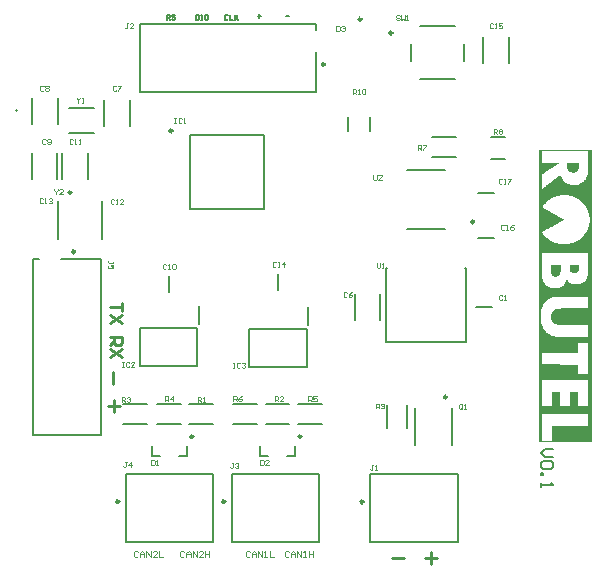
<source format=gbr>
%TF.GenerationSoftware,Altium Limited,Altium Designer,25.6.2 (33)*%
G04 Layer_Color=65535*
%FSLAX45Y45*%
%MOMM*%
%TF.SameCoordinates,15D36C4B-3844-4F14-8141-44B8E1ADB722*%
%TF.FilePolarity,Positive*%
%TF.FileFunction,Legend,Top*%
%TF.Part,Single*%
G01*
G75*
%TA.AperFunction,NonConductor*%
%ADD42C,0.25000*%
%ADD43C,0.25400*%
%ADD44C,0.20000*%
%ADD45C,0.15400*%
%ADD46C,0.10000*%
G36*
X4878174Y3777828D02*
X4877861Y1302140D01*
X4428446Y1302453D01*
Y2495480D01*
X4428758Y3778140D01*
X4878174Y3777828D01*
D02*
G37*
%LPC*%
G36*
X4837886Y3771270D02*
X4453119Y3770645D01*
X4450932Y3768459D01*
Y3697877D01*
X4451557Y3672892D01*
X4452494Y3671955D01*
X4457491Y3670705D01*
X4465611Y3671330D01*
X4587100Y3671018D01*
X4593659Y3671330D01*
X4595845Y3669769D01*
X4596469Y3666645D01*
X4594596Y3663522D01*
X4593659Y3662586D01*
X4592409Y3661961D01*
X4588974Y3659150D01*
X4588037Y3658213D01*
X4584914Y3656964D01*
X4583040Y3656339D01*
X4580229Y3654153D01*
X4579917Y3653216D01*
X4578668Y3652591D01*
X4572109Y3649156D01*
X4571484Y3647907D01*
X4569923Y3646345D01*
X4566800Y3645096D01*
X4564301Y3644471D01*
X4559929Y3640099D01*
X4555869Y3638538D01*
X4553683Y3636976D01*
X4550560Y3633853D01*
X4546500Y3632916D01*
X4544313Y3631354D01*
X4542752Y3629168D01*
X4541815Y3628231D01*
X4536818Y3626357D01*
X4534007Y3624171D01*
X4533383Y3622922D01*
X4529947Y3621360D01*
X4527449Y3620736D01*
X4523076Y3616363D01*
X4519953Y3615114D01*
X4516830Y3613240D01*
X4514332Y3610742D01*
X4508085Y3608243D01*
X4503713Y3603871D01*
X4498716Y3601997D01*
X4494968Y3598249D01*
X4489971Y3596376D01*
X4485599Y3592003D01*
X4483101Y3591379D01*
X4479977Y3590129D01*
X4475605Y3585757D01*
X4472170Y3584820D01*
X4469983Y3583259D01*
X4468422Y3581072D01*
X4467485Y3580135D01*
X4463425Y3579198D01*
X4460302Y3577325D01*
X4459677Y3576075D01*
X4457491Y3573889D01*
X4454993Y3573265D01*
X4452182Y3571078D01*
X4450932Y3566081D01*
X4451557Y3450526D01*
X4452494Y3449589D01*
X4457491Y3450214D01*
X4458428Y3451151D01*
X4459053Y3452400D01*
X4461863Y3455211D01*
X4463113Y3455836D01*
X4467485Y3458959D01*
X4468734Y3460208D01*
X4474356Y3463331D01*
X4475293Y3464268D01*
X4475917Y3465517D01*
X4476854Y3466454D01*
X4481227Y3468953D01*
X4485599Y3473325D01*
X4488722Y3475199D01*
X4491221Y3477697D01*
X4492470Y3478322D01*
X4497779Y3481133D01*
X4498404Y3482382D01*
X4500590Y3484568D01*
X4504962Y3487067D01*
X4509335Y3491439D01*
X4512458Y3493313D01*
X4514956Y3495811D01*
X4516206Y3496436D01*
X4520578Y3498935D01*
X4523701Y3502058D01*
X4528073Y3504556D01*
X4529635Y3506118D01*
X4530259Y3507367D01*
X4531821Y3508928D01*
X4534944Y3510178D01*
X4539317Y3514550D01*
X4543689Y3517049D01*
X4547124Y3519859D01*
X4548061Y3520796D01*
X4550560Y3521421D01*
X4553370Y3524232D01*
X4553995Y3525481D01*
X4554932Y3526418D01*
X4559304Y3528916D01*
X4563052Y3532664D01*
X4567424Y3535163D01*
X4570548Y3538286D01*
X4574608Y3539847D01*
X4577731Y3542970D01*
X4578043Y3543907D01*
X4579292Y3544532D01*
X4583665Y3547655D01*
X4586788Y3550778D01*
X4589911Y3552652D01*
X4593034Y3555775D01*
X4594283Y3556400D01*
X4599905Y3559523D01*
X4603028Y3562646D01*
X4607400Y3565145D01*
X4611773Y3567018D01*
X4614583Y3565457D01*
X4615208Y3561084D01*
X4615833Y3555463D01*
X4618331Y3551090D01*
X4620205Y3547967D01*
X4620830Y3545469D01*
X4621454Y3541097D01*
X4623328Y3537973D01*
X4625827Y3535475D01*
X4627076Y3532352D01*
X4628013Y3528916D01*
X4632697Y3524232D01*
X4634571Y3521109D01*
X4638944Y3516736D01*
X4639568Y3515487D01*
X4644877Y3510178D01*
X4646127Y3509553D01*
X4649562Y3506742D01*
X4650811Y3505493D01*
X4651124Y3504556D01*
X4652373Y3503932D01*
X4656745Y3501433D01*
X4657682Y3500496D01*
X4658307Y3499247D01*
X4659244Y3498310D01*
X4663616Y3497061D01*
X4666739Y3496436D01*
X4669862Y3493313D01*
X4672986Y3492064D01*
X4677983Y3490814D01*
X4681106Y3489565D01*
X4685478Y3487691D01*
X4688601Y3486442D01*
X4692661Y3485505D01*
X4704841Y3484568D01*
X4706715Y3483944D01*
X4726078Y3482694D01*
X4727952Y3483319D01*
X4739820Y3483944D01*
X4741694Y3484568D01*
X4744192Y3485193D01*
X4756060Y3485818D01*
X4767303Y3490814D01*
X4771676Y3491439D01*
X4775111Y3492376D01*
X4777922Y3495187D01*
X4779171Y3495811D01*
X4782294Y3497061D01*
X4786042Y3497685D01*
X4788228Y3499247D01*
X4788853Y3500496D01*
X4790414Y3502058D01*
X4794787Y3503932D01*
X4796036Y3504556D01*
X4797597Y3505493D01*
X4798222Y3506742D01*
X4799159Y3507679D01*
X4804781Y3510802D01*
X4807279Y3514550D01*
X4808528Y3515175D01*
X4811964Y3517986D01*
X4813525Y3520172D01*
X4814775Y3520796D01*
X4816336Y3522358D01*
X4816961Y3523607D01*
X4819772Y3527667D01*
X4821021Y3528292D01*
X4822582Y3529853D01*
X4824769Y3535787D01*
X4826642Y3537661D01*
X4827892Y3538286D01*
X4829453Y3542346D01*
X4830078Y3546093D01*
X4832889Y3549529D01*
X4834450Y3551090D01*
X4835075Y3553589D01*
X4835699Y3560460D01*
X4838822Y3567331D01*
X4840072Y3570454D01*
X4841009Y3574514D01*
X4841633Y3584508D01*
X4842258Y3587006D01*
X4842883Y3590754D01*
X4843507Y3598874D01*
X4844132Y3764399D01*
X4844444Y3767834D01*
X4842258Y3770645D01*
X4837886Y3771270D01*
D02*
G37*
G36*
X4626139Y3397121D02*
X4624265Y3396497D01*
X4618331Y3395560D01*
X4615208Y3394935D01*
X4611773Y3393998D01*
X4607400Y3393373D01*
X4594908Y3392749D01*
X4593034Y3392124D01*
X4586475Y3390563D01*
X4579917Y3387752D01*
X4573046Y3387127D01*
X4568049Y3384004D01*
X4563677Y3382130D01*
X4561178Y3381506D01*
X4555244Y3380569D01*
X4551497Y3378070D01*
X4549935Y3376509D01*
X4542752Y3374947D01*
X4540566Y3373386D01*
X4538067Y3370887D01*
X4534944Y3369638D01*
X4532446Y3369013D01*
X4529010Y3366203D01*
X4527449Y3364641D01*
X4523076Y3363392D01*
X4519953Y3361518D01*
X4516830Y3358395D01*
X4510896Y3356208D01*
X4509959Y3355272D01*
X4509022Y3354959D01*
X4508398Y3353710D01*
X4507461Y3352773D01*
X4506211Y3352148D01*
X4502152Y3349338D01*
X4501527Y3348089D01*
X4499341Y3345902D01*
X4496218Y3344028D01*
X4494656Y3341842D01*
X4493719Y3340281D01*
X4490596Y3338407D01*
X4485599Y3333410D01*
X4484350Y3332785D01*
X4476542Y3324977D01*
X4475917Y3323728D01*
X4471545Y3319356D01*
X4470920Y3316857D01*
X4466548Y3312485D01*
X4463425Y3306863D01*
X4460302Y3303740D01*
X4457803Y3299368D01*
X4454056Y3296869D01*
X4453743Y3295308D01*
X4455305Y3293122D01*
X4458428Y3291873D01*
X4460614Y3290311D01*
X4461863Y3289062D01*
X4464986Y3287813D01*
X4467485Y3287188D01*
X4470920Y3284377D01*
X4472482Y3282815D01*
X4475605Y3281566D01*
X4479353Y3280942D01*
X4483725Y3276569D01*
X4488097Y3275320D01*
X4492158Y3273759D01*
X4494344Y3270948D01*
X4497467Y3269698D01*
X4500902Y3268762D01*
X4504025Y3266888D01*
X4504650Y3265638D01*
X4505587Y3264701D01*
X4509959Y3263452D01*
X4514332Y3260954D01*
X4516830Y3258455D01*
X4519329Y3257831D01*
X4523389Y3256269D01*
X4526824Y3252834D01*
X4531196Y3251584D01*
X4534320Y3250335D01*
X4538067Y3246587D01*
X4542439Y3245338D01*
X4545563Y3244089D01*
X4549310Y3240341D01*
X4554307Y3239092D01*
X4557431Y3237218D01*
X4560554Y3234095D01*
X4564614Y3233158D01*
X4566800Y3232221D01*
X4569923Y3229098D01*
X4573046Y3227849D01*
X4576482Y3226912D01*
X4578668Y3225350D01*
X4581166Y3222852D01*
X4585538Y3221603D01*
X4589911Y3219104D01*
X4593034Y3215981D01*
X4598656Y3214732D01*
X4600842Y3213170D01*
X4601466Y3211921D01*
X4602403Y3210984D01*
X4605526Y3209735D01*
X4608962Y3208798D01*
X4612397Y3206612D01*
X4613646Y3204738D01*
X4616770Y3203489D01*
X4619893Y3202864D01*
X4623328Y3200053D01*
X4624890Y3198492D01*
X4628325Y3197555D01*
X4630511Y3196618D01*
X4633947Y3193807D01*
X4638944Y3190684D01*
X4639256Y3190372D01*
X4639568Y3190059D01*
X4638944Y3185062D01*
X4638007Y3184125D01*
X4635508Y3183501D01*
X4632073Y3182564D01*
X4629887Y3181002D01*
X4627388Y3178504D01*
X4623328Y3177567D01*
X4621142Y3176630D01*
X4619580Y3175693D01*
X4618956Y3174444D01*
X4617394Y3172882D01*
X4613022Y3171633D01*
X4610523Y3171008D01*
X4607088Y3168197D01*
X4606776Y3167261D01*
X4603652Y3166011D01*
X4601154Y3165387D01*
X4598031Y3163513D01*
X4595532Y3161014D01*
X4592409Y3159765D01*
X4588974Y3158828D01*
X4586788Y3157266D01*
X4583665Y3154144D01*
X4578043Y3152894D01*
X4575232Y3150708D01*
X4574920Y3149771D01*
X4573671Y3149146D01*
X4570548Y3147897D01*
X4568049Y3147273D01*
X4564614Y3144462D01*
X4563052Y3142900D01*
X4558680Y3141651D01*
X4555557Y3140402D01*
X4551809Y3136654D01*
X4549310Y3136029D01*
X4544313Y3134156D01*
X4540566Y3130408D01*
X4535569Y3129159D01*
X4532758Y3127597D01*
X4532133Y3126348D01*
X4530572Y3124786D01*
X4526199Y3123537D01*
X4523701Y3122912D01*
X4519329Y3118540D01*
X4515269Y3117603D01*
X4512145Y3116354D01*
X4510272Y3114480D01*
X4509959Y3113543D01*
X4508710Y3112918D01*
X4506836Y3112294D01*
X4504338Y3111669D01*
X4500278Y3109483D01*
X4499653Y3108234D01*
X4498716Y3107297D01*
X4495593Y3106048D01*
X4491533Y3105111D01*
X4490596Y3104174D01*
X4489347Y3103549D01*
X4486224Y3100426D01*
X4481851Y3099177D01*
X4478728Y3097303D01*
X4477479Y3096054D01*
X4476230Y3095429D01*
X4474980Y3094180D01*
X4471545Y3093243D01*
X4468422Y3091994D01*
X4464986Y3088558D01*
X4460927Y3087621D01*
X4458740Y3086684D01*
X4455930Y3083873D01*
X4455305Y3081375D01*
X4455930Y3079501D01*
X4457179Y3078252D01*
X4457803Y3077003D01*
X4459053Y3075753D01*
X4459677Y3073880D01*
X4462488Y3070444D01*
X4464674Y3068258D01*
X4467797Y3062636D01*
X4470920Y3059513D01*
X4473419Y3055141D01*
X4475605Y3053579D01*
X4477167Y3052018D01*
X4477791Y3050769D01*
X4479353Y3048582D01*
X4480602Y3047958D01*
X4482788Y3045772D01*
X4483413Y3044522D01*
X4484975Y3042336D01*
X4486224Y3041711D01*
X4489659Y3038901D01*
X4491221Y3036715D01*
X4492470Y3036090D01*
X4496842Y3032967D01*
X4499341Y3030468D01*
X4500590Y3029844D01*
X4506211Y3025471D01*
X4507461Y3024222D01*
X4508710Y3023597D01*
X4512145Y3020787D01*
X4514332Y3018601D01*
X4520266Y3016414D01*
X4523701Y3012979D01*
X4526824Y3011730D01*
X4529947Y3009856D01*
X4533070Y3006733D01*
X4535569Y3006108D01*
X4541190Y3004859D01*
X4545563Y3001736D01*
X4549935Y2999862D01*
X4555244Y2998925D01*
X4558680Y2996739D01*
X4560554Y2994865D01*
X4564926Y2993616D01*
X4569298Y2992991D01*
X4574295Y2989868D01*
X4580542Y2987994D01*
X4592722Y2987057D01*
X4597719Y2985183D01*
X4604902Y2982997D01*
X4609899Y2981748D01*
X4633634Y2981123D01*
X4635508Y2980499D01*
X4659244Y2981123D01*
X4661118Y2981748D01*
X4674235Y2982372D01*
X4676109Y2982997D01*
X4680169Y2983934D01*
X4682667Y2984559D01*
X4688913Y2985808D01*
X4693910Y2987057D01*
X4698907Y2987682D01*
X4704841Y2988619D01*
X4709214Y2991742D01*
X4712337Y2992991D01*
X4714835Y2993616D01*
X4720769Y2994553D01*
X4728577Y2998613D01*
X4732949Y2999862D01*
X4737321Y3000487D01*
X4741694Y3004859D01*
X4747628Y3007045D01*
X4749814Y3008607D01*
X4752313Y3011105D01*
X4756373Y3012042D01*
X4758559Y3013604D01*
X4761682Y3016727D01*
X4766054Y3017976D01*
X4769177Y3019850D01*
X4772300Y3022973D01*
X4773550Y3023597D01*
X4776360Y3025784D01*
X4776985Y3027033D01*
X4777922Y3027970D01*
X4779171Y3028594D01*
X4780420Y3029844D01*
X4781670Y3030468D01*
X4785417Y3034216D01*
X4786667Y3034841D01*
X4787916Y3036090D01*
X4789165Y3036715D01*
X4793538Y3041087D01*
X4794787Y3041711D01*
X4798222Y3044522D01*
X4801033Y3047333D01*
X4804156Y3049207D01*
X4806967Y3054516D01*
X4810090Y3057639D01*
X4813213Y3063261D01*
X4814150Y3064198D01*
X4815399Y3064823D01*
X4816336Y3065759D01*
X4819459Y3071381D01*
X4821645Y3072943D01*
X4823207Y3074504D01*
X4823832Y3077003D01*
X4826642Y3080438D01*
X4828204Y3082000D01*
X4829766Y3086060D01*
X4831952Y3089495D01*
X4834450Y3093243D01*
X4835387Y3097928D01*
X4838510Y3102924D01*
X4840696Y3106984D01*
X4841321Y3109483D01*
X4841946Y3113231D01*
X4844756Y3116666D01*
X4846318Y3118228D01*
X4847567Y3122600D01*
X4848192Y3129471D01*
X4850066Y3133843D01*
X4851315Y3136966D01*
X4852564Y3141339D01*
X4853189Y3143837D01*
X4853814Y3153207D01*
X4855687Y3157579D01*
X4857561Y3163825D01*
X4858498Y3190372D01*
X4858810Y3204425D01*
X4858186Y3206299D01*
X4857561Y3210047D01*
X4856936Y3211921D01*
X4855687Y3216918D01*
X4853814Y3223789D01*
X4853189Y3226287D01*
X4852564Y3240653D01*
X4850066Y3245026D01*
X4847567Y3250648D01*
X4846943Y3256269D01*
X4844444Y3260641D01*
X4841946Y3264389D01*
X4841321Y3268762D01*
X4840696Y3271260D01*
X4840072Y3274383D01*
X4836949Y3277506D01*
X4835699Y3280629D01*
X4834762Y3284065D01*
X4833201Y3286251D01*
X4830078Y3289374D01*
X4829453Y3291873D01*
X4828204Y3294996D01*
X4823832Y3299368D01*
X4822895Y3302803D01*
X4821333Y3304990D01*
X4818210Y3308113D01*
X4817585Y3310611D01*
X4816336Y3313734D01*
X4814775Y3315296D01*
X4813525Y3315920D01*
X4811964Y3317482D01*
X4811339Y3318731D01*
X4809778Y3320917D01*
X4808528Y3321542D01*
X4807279Y3322791D01*
X4806342Y3323104D01*
X4805718Y3324353D01*
X4802907Y3327788D01*
X4801658Y3328413D01*
X4799471Y3330599D01*
X4798847Y3331848D01*
X4797285Y3333410D01*
X4796036Y3334034D01*
X4793225Y3336845D01*
X4792601Y3338094D01*
X4785417Y3345278D01*
X4781045Y3347776D01*
X4778546Y3350899D01*
X4775111Y3351836D01*
X4771988Y3353710D01*
X4771363Y3354959D01*
X4769802Y3356521D01*
X4766679Y3357770D01*
X4763556Y3359644D01*
X4761994Y3361830D01*
X4760432Y3363392D01*
X4756997Y3364329D01*
X4756060Y3365266D01*
X4754811Y3365890D01*
X4753874Y3366827D01*
X4753249Y3368076D01*
X4749814Y3369638D01*
X4745129Y3370575D01*
X4744192Y3371512D01*
X4743255Y3371824D01*
X4742631Y3373073D01*
X4741694Y3374010D01*
X4738571Y3375259D01*
X4732637Y3376196D01*
X4729201Y3378383D01*
X4727328Y3380256D01*
X4722331Y3381506D01*
X4718583Y3382130D01*
X4712337Y3386503D01*
X4707340Y3387752D01*
X4699220Y3388377D01*
X4694847Y3390250D01*
X4690787Y3391187D01*
X4685478Y3392749D01*
X4682979Y3393373D01*
X4671736Y3393998D01*
X4668613Y3395247D01*
X4666115Y3395872D01*
X4632697Y3396809D01*
X4626139Y3397121D01*
D02*
G37*
G36*
X4837261Y2904920D02*
X4825393Y2904295D01*
X4455305Y2904607D01*
X4452182Y2902733D01*
X4450932Y2899610D01*
X4451557Y2720344D01*
X4452182Y2718470D01*
X4453431Y2710975D01*
X4454056Y2697857D01*
X4455305Y2694734D01*
X4457491Y2688800D01*
X4458740Y2685677D01*
X4459365Y2682554D01*
X4459990Y2676933D01*
X4460927Y2674746D01*
X4462800Y2672872D01*
X4463425Y2671623D01*
X4465299Y2667251D01*
X4465924Y2662879D01*
X4467485Y2660692D01*
X4468734Y2660068D01*
X4469671Y2659131D01*
X4470920Y2656008D01*
X4471545Y2653509D01*
X4473419Y2651011D01*
X4473731Y2650699D01*
X4474980Y2649449D01*
X4475917Y2649137D01*
X4476542Y2647888D01*
X4479665Y2642266D01*
X4483413Y2638518D01*
X4484038Y2637269D01*
X4486848Y2634458D01*
X4488097Y2633834D01*
X4490908Y2631023D01*
X4491533Y2629774D01*
X4498716Y2625714D01*
X4501839Y2622590D01*
X4507461Y2619467D01*
X4509335Y2617593D01*
X4512458Y2616344D01*
X4516830Y2615720D01*
X4519953Y2614471D01*
X4522452Y2611972D01*
X4525575Y2610723D01*
X4531821Y2610098D01*
X4538692Y2609473D01*
X4541815Y2608224D01*
X4550560Y2606975D01*
X4562428Y2606350D01*
X4577418Y2606975D01*
X4579292Y2607600D01*
X4583977Y2608537D01*
X4587412Y2609473D01*
X4593659Y2610098D01*
X4598031Y2610723D01*
X4604902Y2614471D01*
X4606776Y2615095D01*
X4609274Y2615720D01*
X4613334Y2616657D01*
X4615520Y2618218D01*
X4618019Y2620717D01*
X4623953Y2622903D01*
X4626451Y2625401D01*
X4627076Y2626651D01*
X4630824Y2629149D01*
X4637070Y2635395D01*
X4639568Y2639768D01*
X4641754Y2641329D01*
X4643316Y2642891D01*
X4644253Y2647575D01*
X4645814Y2649762D01*
X4648313Y2652260D01*
X4649562Y2657257D01*
X4650187Y2660380D01*
X4653310Y2664752D01*
X4655184Y2669125D01*
X4655808Y2678494D01*
X4657370Y2680056D01*
X4659869Y2680680D01*
X4665490Y2680056D01*
X4666739Y2678806D01*
X4667989Y2678182D01*
X4669550Y2674746D01*
X4670175Y2673497D01*
X4675172Y2668500D01*
X4677046Y2665377D01*
X4677983Y2664440D01*
X4683604Y2661317D01*
X4686103Y2658819D01*
X4690475Y2656320D01*
X4693598Y2653197D01*
X4696721Y2651948D01*
X4701406Y2651011D01*
X4711712Y2646326D01*
X4714211Y2645702D01*
X4723580Y2645077D01*
X4725454Y2644452D01*
X4729826Y2643828D01*
X4744505Y2643515D01*
X4764805Y2645077D01*
X4766679Y2645702D01*
X4775424Y2646326D01*
X4781670Y2648825D01*
X4787291Y2651323D01*
X4791664Y2651948D01*
X4795724Y2653509D01*
X4797285Y2655695D01*
X4798534Y2656320D01*
X4801658Y2657569D01*
X4804156Y2658194D01*
X4806342Y2659755D01*
X4806967Y2661005D01*
X4809153Y2663191D01*
X4810402Y2663816D01*
X4813838Y2666626D01*
X4822582Y2675371D01*
X4823832Y2678494D01*
X4824769Y2680056D01*
X4826018Y2680680D01*
X4828829Y2683491D01*
X4829766Y2687551D01*
X4831015Y2690674D01*
X4833825Y2693485D01*
X4835075Y2697857D01*
X4836012Y2702542D01*
X4837261Y2705665D01*
X4838822Y2709100D01*
X4840072Y2713473D01*
X4841321Y2718470D01*
X4841946Y2729089D01*
X4842570Y2730962D01*
X4843195Y2742830D01*
X4843820Y2752824D01*
X4844132Y2899298D01*
X4842883Y2902421D01*
X4841633Y2903670D01*
X4837261Y2904920D01*
D02*
G37*
G36*
X4828516Y2537642D02*
X4824144Y2537017D01*
X4822270Y2537642D01*
X4623953Y2537330D01*
X4617394Y2537642D01*
X4615520Y2537017D01*
X4609274Y2536393D01*
X4572421Y2535768D01*
X4570548Y2535144D01*
X4566487Y2534207D01*
X4563989Y2533582D01*
X4557743Y2532333D01*
X4552746Y2531083D01*
X4549623Y2530459D01*
X4541503Y2529834D01*
X4539004Y2529210D01*
X4534007Y2526086D01*
X4529947Y2524525D01*
X4524325Y2523900D01*
X4518392Y2519840D01*
X4514956Y2518279D01*
X4510896Y2516717D01*
X4508085Y2513906D01*
X4503713Y2512033D01*
X4502464Y2511408D01*
X4500902Y2510471D01*
X4500278Y2509222D01*
X4498092Y2507036D01*
X4496842Y2506411D01*
X4495593Y2505162D01*
X4494344Y2504537D01*
X4489971Y2500165D01*
X4488722Y2499540D01*
X4483413Y2494231D01*
X4482788Y2492982D01*
X4477791Y2487985D01*
X4477167Y2486735D01*
X4474356Y2483300D01*
X4471545Y2480489D01*
X4469047Y2476117D01*
X4468110Y2475180D01*
X4466861Y2474555D01*
X4465299Y2470495D01*
X4464674Y2467997D01*
X4461863Y2464561D01*
X4460302Y2463000D01*
X4459053Y2458627D01*
X4458428Y2455504D01*
X4455617Y2452069D01*
X4454056Y2448633D01*
X4452494Y2442075D01*
X4448434Y2433018D01*
X4447809Y2430519D01*
X4447185Y2426147D01*
X4446560Y2418652D01*
X4444686Y2414279D01*
X4443437Y2409282D01*
X4442188Y2401787D01*
X4441563Y2395541D01*
X4441251Y2349006D01*
X4441876Y2341511D01*
X4442500Y2337763D01*
X4443749Y2330892D01*
X4444374Y2328394D01*
X4445311Y2324958D01*
X4447185Y2317463D01*
X4447809Y2309967D01*
X4452806Y2299349D01*
X4454056Y2291229D01*
X4457803Y2287481D01*
X4459053Y2284358D01*
X4459677Y2279361D01*
X4462488Y2275926D01*
X4464049Y2274364D01*
X4466548Y2267493D01*
X4468734Y2265307D01*
X4469671Y2264995D01*
X4470296Y2263745D01*
X4471545Y2260622D01*
X4473419Y2257499D01*
X4474356Y2256562D01*
X4475605Y2255938D01*
X4478728Y2250941D01*
X4484038Y2245631D01*
X4484662Y2244382D01*
X4485599Y2243445D01*
X4486848Y2242821D01*
X4488410Y2241259D01*
X4489034Y2240010D01*
X4490596Y2238448D01*
X4491845Y2237824D01*
X4498092Y2231577D01*
X4499341Y2230953D01*
X4500902Y2228767D01*
X4503089Y2226581D01*
X4507461Y2224082D01*
X4510584Y2220959D01*
X4514019Y2220022D01*
X4517767Y2216899D01*
X4519953Y2214713D01*
X4524013Y2213776D01*
X4527136Y2212526D01*
X4530572Y2209091D01*
X4539317Y2207217D01*
X4543689Y2204094D01*
X4546187Y2203469D01*
X4548061Y2202845D01*
X4550560Y2202220D01*
X4557431Y2201596D01*
X4560554Y2200346D01*
X4563052Y2199722D01*
X4567424Y2199097D01*
X4569923Y2198472D01*
X4574295Y2197223D01*
X4578668Y2196599D01*
X4588662Y2195974D01*
X4597719Y2196286D01*
X4606151Y2195349D01*
X4614271Y2194725D01*
X4841009Y2195349D01*
X4843820Y2197536D01*
X4844444Y2200034D01*
X4843820Y2210028D01*
X4843195Y2293103D01*
X4841633Y2294664D01*
X4839135Y2295289D01*
X4836324Y2295601D01*
X4629262Y2295289D01*
X4627388Y2295913D01*
X4592409Y2296538D01*
X4590535Y2297163D01*
X4588037Y2297787D01*
X4583665Y2298412D01*
X4581166Y2299037D01*
X4576794Y2300910D01*
X4571797Y2302160D01*
X4571172D01*
X4565863Y2303096D01*
X4563677Y2304033D01*
X4560554Y2307157D01*
X4557431Y2308406D01*
X4555557Y2309030D01*
X4553995Y2309967D01*
X4553370Y2311217D01*
X4551809Y2313403D01*
X4550560Y2314027D01*
X4547749Y2316214D01*
X4547124Y2317463D01*
X4544313Y2320274D01*
X4543064Y2320898D01*
X4542127Y2321835D01*
X4540878Y2324958D01*
X4540253Y2326207D01*
X4535881Y2330580D01*
X4535256Y2334952D01*
X4533695Y2339012D01*
X4530259Y2346195D01*
X4529635Y2348694D01*
X4529010Y2373054D01*
X4529635Y2374928D01*
X4530259Y2387420D01*
X4533383Y2392417D01*
X4534632Y2395541D01*
X4535256Y2398039D01*
X4536193Y2401474D01*
X4537755Y2403661D01*
X4540253Y2406159D01*
X4543376Y2411781D01*
X4549935Y2418339D01*
X4551184Y2418964D01*
X4553370Y2421150D01*
X4553995Y2422399D01*
X4555557Y2423961D01*
X4558680Y2425210D01*
X4562115Y2428021D01*
X4563052Y2428958D01*
X4567424Y2430207D01*
X4571172Y2430832D01*
X4574920Y2433330D01*
X4579292Y2433955D01*
X4581791Y2434579D01*
X4585226Y2435516D01*
X4590848Y2436141D01*
X4613022Y2435829D01*
X4614896Y2436453D01*
X4841009Y2437078D01*
X4843195Y2438640D01*
X4843820Y2441138D01*
X4844132Y2532645D01*
X4842570Y2534831D01*
X4841633Y2535768D01*
X4836636Y2537017D01*
X4828516Y2537642D01*
D02*
G37*
G36*
X4839135Y2146629D02*
X4761057Y2146004D01*
X4760120Y2145067D01*
X4759496Y2142569D01*
X4760120Y2136323D01*
Y2088851D01*
X4759496Y2064491D01*
X4758559Y2063554D01*
X4756060Y2062930D01*
X4751688Y2062305D01*
X4747315Y2062930D01*
X4462176Y2062617D01*
X4455617Y2062930D01*
X4451557Y2060743D01*
X4450932Y2058245D01*
X4451557Y1964552D01*
X4453119Y1962990D01*
X4455617Y1962365D01*
X4758559Y1961741D01*
X4759496Y1960804D01*
X4760120Y1958305D01*
X4759808Y1881165D01*
X4761057Y1879291D01*
X4763556Y1878666D01*
X4771051Y1878042D01*
X4772925Y1877417D01*
X4838510Y1878042D01*
X4840384Y1878666D01*
X4843507Y1880540D01*
X4844444Y1883975D01*
X4843820Y1888348D01*
X4844132Y2143506D01*
X4842570Y2145692D01*
X4839135Y2146629D01*
D02*
G37*
G36*
X4834762Y1829946D02*
X4454993Y1829321D01*
X4451557Y1826510D01*
X4450932Y1824012D01*
X4451557Y1611016D01*
X4453119Y1609454D01*
X4456242Y1608205D01*
X4460614Y1607580D01*
X4532446Y1608205D01*
X4534632Y1610391D01*
X4535256Y1612890D01*
X4534632Y1622884D01*
X4535256Y1727195D01*
X4536818Y1728757D01*
X4539317Y1729382D01*
X4605526Y1728757D01*
X4606463Y1727820D01*
X4607713Y1724697D01*
X4608337Y1616637D01*
X4609899Y1615076D01*
X4614271Y1614451D01*
X4621766Y1615076D01*
X4623640Y1614451D01*
X4683292Y1614764D01*
X4689226Y1614451D01*
X4691412Y1616013D01*
X4692037Y1620385D01*
X4691412Y1622259D01*
X4692037Y1727195D01*
X4692973Y1728757D01*
X4695472Y1729382D01*
X4757934Y1728757D01*
X4759496Y1727195D01*
X4760120Y1724697D01*
X4759808Y1611953D01*
X4760745Y1609767D01*
X4761682Y1608830D01*
X4766679Y1607580D01*
X4839135Y1608205D01*
X4843507Y1610704D01*
X4844444Y1613514D01*
X4843820Y1619761D01*
Y1783411D01*
X4844132Y1825573D01*
X4842570Y1827760D01*
X4839135Y1829321D01*
X4834762Y1829946D01*
D02*
G37*
G36*
X4838510Y1539497D02*
X4453743Y1538872D01*
X4452182Y1537311D01*
X4450932Y1532938D01*
X4451557Y1316819D01*
X4452494Y1315882D01*
X4457491Y1314633D01*
X4465611Y1315257D01*
X4532133Y1314945D01*
X4534320Y1315882D01*
X4535256Y1318693D01*
X4534632Y1330561D01*
X4535256Y1436122D01*
X4536818Y1438308D01*
X4541190Y1439557D01*
X4553058Y1438933D01*
X4776048D01*
X4833201Y1439245D01*
X4839135Y1438933D01*
X4842258Y1440807D01*
X4843820Y1442368D01*
X4844444Y1444867D01*
X4843820Y1454860D01*
X4844132Y1530752D01*
X4843507Y1535749D01*
X4841009Y1538872D01*
X4838510Y1539497D01*
D02*
G37*
%LPD*%
G36*
X4767303Y3671330D02*
X4768865Y3667895D01*
X4768240Y3633541D01*
X4767616Y3631667D01*
X4766991Y3628543D01*
X4766679Y3628231D01*
X4766054Y3620111D01*
X4765117Y3617925D01*
X4761994Y3613553D01*
X4761057Y3610117D01*
X4757934Y3605120D01*
X4754499Y3601685D01*
X4753874Y3600436D01*
X4751688Y3598249D01*
X4750439Y3597625D01*
X4749189Y3596376D01*
X4746066Y3594502D01*
X4743880Y3592315D01*
X4743568Y3591379D01*
X4740445Y3590129D01*
X4734823Y3589505D01*
X4731700Y3588255D01*
X4729201Y3587631D01*
X4724829Y3587006D01*
X4715772Y3586694D01*
X4707652Y3587318D01*
X4705153Y3587943D01*
X4699844Y3589505D01*
X4696097Y3590129D01*
X4691724Y3593252D01*
X4689850Y3595126D01*
X4687352Y3595751D01*
X4684229Y3597625D01*
X4678920Y3602934D01*
X4677670Y3606057D01*
X4675484Y3608243D01*
X4673298Y3609180D01*
X4672673Y3611679D01*
X4672049Y3616676D01*
X4670799Y3619799D01*
X4669550Y3624171D01*
X4666427Y3632291D01*
X4667052Y3671018D01*
X4667989Y3671955D01*
X4767303Y3671330D01*
D02*
G37*
G36*
X4762931Y2804355D02*
X4765429Y2803731D01*
X4768240Y2800920D01*
X4768865Y2794674D01*
X4768240Y2774061D01*
X4767616Y2772187D01*
X4765742Y2765317D01*
X4765117Y2760944D01*
X4764180Y2756884D01*
X4762619Y2754698D01*
X4760120Y2752199D01*
X4757310Y2746890D01*
X4756060Y2746266D01*
X4752625Y2743455D01*
X4751063Y2741269D01*
X4747940Y2740019D01*
X4740132Y2737209D01*
X4736697Y2736272D01*
X4732325Y2735647D01*
X4721081Y2736272D01*
X4715460Y2738770D01*
X4710463Y2740019D01*
X4707340Y2741269D01*
X4703904Y2744079D01*
X4701718Y2746266D01*
X4700469Y2746890D01*
X4698907Y2747827D01*
X4698283Y2749076D01*
X4695160Y2754698D01*
X4692661Y2757196D01*
X4691412Y2762193D01*
X4690787Y2769689D01*
X4689538Y2773437D01*
Y2774061D01*
X4688913Y2778434D01*
X4688289Y2788427D01*
X4688913Y2800295D01*
X4691724Y2803731D01*
X4696721Y2804980D01*
X4706090Y2804355D01*
X4707964Y2804980D01*
X4755123Y2804668D01*
X4761057Y2804980D01*
X4762931Y2804355D01*
D02*
G37*
G36*
X4609274D02*
X4611460Y2802794D01*
X4612710Y2799671D01*
X4612085Y2752824D01*
X4611460Y2750950D01*
Y2748452D01*
Y2747827D01*
X4610836Y2745953D01*
X4609899Y2741269D01*
X4609274Y2738770D01*
X4608649Y2732524D01*
X4605526Y2727527D01*
X4604589Y2726590D01*
X4603965Y2724092D01*
X4599593Y2718470D01*
X4598031Y2716908D01*
X4596782Y2716284D01*
X4595532Y2715034D01*
X4594283Y2714410D01*
X4590535Y2710662D01*
X4586475Y2709725D01*
X4583977Y2709100D01*
X4580542Y2708164D01*
X4578043Y2707539D01*
X4572734Y2706602D01*
X4564926Y2706290D01*
X4563052Y2706914D01*
X4558368Y2707851D01*
X4554307Y2709413D01*
X4551809Y2710038D01*
X4548686Y2711287D01*
X4546500Y2713473D01*
X4545875Y2714722D01*
X4542127Y2717221D01*
X4539317Y2720656D01*
X4535881Y2724092D01*
X4534944Y2728152D01*
X4530259Y2737209D01*
X4529635Y2739707D01*
X4529010Y2752199D01*
X4528386Y2754073D01*
X4527449Y2759383D01*
X4526512Y2777809D01*
X4526199Y2783118D01*
X4526512Y2792175D01*
X4525887Y2794049D01*
X4526512Y2800295D01*
X4529323Y2803731D01*
X4531196Y2804355D01*
X4533695Y2804980D01*
X4609274Y2804355D01*
D02*
G37*
D42*
X469984Y3417590D02*
G03*
X469984Y3417590I-12500J0D01*
G01*
X2943555Y799821D02*
G03*
X2943555Y799821I-12500J0D01*
G01*
X2615500Y4503500D02*
G03*
X2615500Y4503500I-12500J0D01*
G01*
X2924775Y4886000D02*
G03*
X2924775Y4886000I-12500J0D01*
G01*
X1771281Y802300D02*
G03*
X1771281Y802300I-12500J0D01*
G01*
X873305D02*
G03*
X873305Y802300I-12500J0D01*
G01*
X3649011Y1685812D02*
G03*
X3649011Y1685812I-12500J0D01*
G01*
X2417783Y1351800D02*
G03*
X2417783Y1351800I-12500J0D01*
G01*
X1500805D02*
G03*
X1500805Y1351800I-12500J0D01*
G01*
X499578Y2916712D02*
G03*
X499578Y2916712I-12500J0D01*
G01*
X1326000Y3940200D02*
G03*
X1326000Y3940200I-12500J0D01*
G01*
X3187306Y4768500D02*
G03*
X3187306Y4768500I-12500J0D01*
G01*
X3879116Y3170322D02*
G03*
X3879116Y3170322I-12500J0D01*
G01*
D43*
X-0Y4114423D02*
X0Y4114423D01*
X797878Y2196610D02*
X900245D01*
Y2145426D01*
X883184Y2128365D01*
X849061D01*
X832000Y2145426D01*
Y2196610D01*
Y2162487D02*
X797878Y2128365D01*
X900245Y2094243D02*
X797878Y2025998D01*
X900245D02*
X797878Y2094243D01*
X900245Y2482610D02*
Y2414366D01*
Y2448488D01*
X797878D01*
X900245Y2380243D02*
X797878Y2311998D01*
X900245D02*
X797878Y2380243D01*
X824177Y1794804D02*
Y1896371D01*
X776378Y1611572D02*
X877945D01*
X827161Y1662355D02*
Y1560788D01*
X3180855Y325520D02*
X3282423D01*
X3459901Y326303D02*
X3561468D01*
X3510685Y377087D02*
Y275520D01*
D44*
X724984Y3022590D02*
Y3342590D01*
X359984Y3022590D02*
Y3342590D01*
X2998555Y1034821D02*
X3738555D01*
Y459821D02*
Y1034821D01*
X2998555Y459821D02*
X3738555D01*
X2998555D02*
Y1034821D01*
X1053000Y4268500D02*
Y4843500D01*
Y4268500D02*
X2543000D01*
Y4796000D02*
Y4843500D01*
Y4268500D02*
Y4611000D01*
X1053000Y4843500D02*
X2543000D01*
X2998529Y3936030D02*
Y4055670D01*
X2812707Y3936030D02*
Y4055670D01*
X1826281Y1037300D02*
X2566281D01*
Y462300D02*
Y1037300D01*
X1826281Y462300D02*
X2566281D01*
X1826281D02*
Y1037300D01*
X928305D02*
X1668305D01*
Y462300D02*
Y1037300D01*
X928305Y462300D02*
X1668305D01*
X928305D02*
Y1037300D01*
X1298305Y2576822D02*
Y2711822D01*
X1537105Y1951722D02*
Y2271722D01*
X1047105Y1951722D02*
X1537105D01*
X1047105D02*
Y2271722D01*
X1537105D01*
X1550105Y2306722D02*
Y2459222D01*
X3694951Y1278312D02*
Y1593312D01*
X3379951Y1278312D02*
X3380571D01*
X3694331D02*
X3694951D01*
X3379951D02*
Y1593312D01*
X3380571D01*
X3694331D02*
X3694951D01*
X3307592Y1421005D02*
Y1622218D01*
X3137592Y1421005D02*
Y1622218D01*
X2460281Y1944322D02*
Y2264322D01*
X1970281Y1944322D02*
X2460281D01*
X1970281D02*
Y2264322D01*
X2460281D01*
X2473281Y2299322D02*
Y2451822D01*
X2069283Y1186800D02*
X2135283D01*
X2069283D02*
Y1268300D01*
X2295283Y1186800D02*
X2361283D01*
Y1268300D01*
X2219282Y2594822D02*
Y2729822D01*
X2114675Y1624600D02*
X2315888D01*
X2114675Y1454600D02*
X2315888D01*
X1152305Y1186800D02*
X1218305D01*
X1152305D02*
Y1268300D01*
X1378305Y1186800D02*
X1444305D01*
Y1268300D01*
X1466388Y1624600D02*
X1667602D01*
X1466388Y1454600D02*
X1667602D01*
X1839547Y1624600D02*
X2040760D01*
X1839547Y1454600D02*
X2040760D01*
X1192534Y1624600D02*
X1393747D01*
X1192534Y1454600D02*
X1393747D01*
X2386746Y1624600D02*
X2587960D01*
X2386746Y1454600D02*
X2587960D01*
X147078Y1366712D02*
Y2856712D01*
X379578D02*
X722078D01*
X147078D02*
X194578D01*
X722078Y1366712D02*
Y2856712D01*
X147078Y1366712D02*
X722078D01*
X907501Y1454600D02*
X1108714D01*
X907501Y1624600D02*
X1108714D01*
X3134806Y2154822D02*
Y2776822D01*
Y2154822D02*
X3807805D01*
Y2776822D01*
X3798805D02*
X3807805D01*
X3134806D02*
X3143805D01*
X3899105Y2446422D02*
X4034105D01*
X2868506Y2336422D02*
Y2556422D01*
X3083505Y2336422D02*
Y2556422D01*
X746699Y3984700D02*
Y4204700D01*
X961699Y3984700D02*
Y4204700D01*
X1471000Y3905200D02*
X2101000D01*
Y3275200D02*
Y3905200D01*
X1471000Y3275200D02*
X2101000D01*
X1471000D02*
Y3905200D01*
X446699Y3918350D02*
X661699D01*
X446699Y4133350D02*
X661699D01*
X138054Y3995850D02*
Y4215850D01*
X353054Y3995850D02*
Y4215850D01*
X351451Y3530199D02*
Y3750199D01*
X136451Y3530199D02*
Y3750199D01*
X605984Y3530200D02*
Y3750200D01*
X390984Y3530200D02*
Y3750200D01*
X3344805Y4533500D02*
Y4678500D01*
X3422305Y4381000D02*
X3717305D01*
X3794805Y4533500D02*
Y4678500D01*
X3422305Y4831000D02*
X3717305D01*
X3955809Y4513098D02*
Y4733098D01*
X4170809Y4513098D02*
Y4733098D01*
X3313805Y3610822D02*
X3628806D01*
X3313805Y3110822D02*
X3628806D01*
X3523099Y3720321D02*
X3724312D01*
X3523099Y3890322D02*
X3724312D01*
X3911805Y3030622D02*
X4046805D01*
X3911805Y3411622D02*
X4046805D01*
X4021085Y3699711D02*
X4140726D01*
X4021085Y3885532D02*
X4140726D01*
D45*
X4546213Y1247441D02*
X4477968D01*
X4443846Y1213319D01*
X4477968Y1179197D01*
X4546213D01*
X4529152Y1145074D02*
X4546213Y1128013D01*
Y1093891D01*
X4529152Y1076830D01*
X4460907D01*
X4443846Y1093891D01*
Y1128013D01*
X4460907Y1145074D01*
X4529152D01*
X4443846Y1042707D02*
X4460907D01*
Y1025646D01*
X4443846D01*
Y1042707D01*
Y957401D02*
Y923279D01*
Y940340D01*
X4546213D01*
X4529152Y957401D01*
X2316045Y4910255D02*
X2287787D01*
X2061911Y4897895D02*
Y4926152D01*
X2047783Y4912024D02*
X2076040D01*
X1795315Y4917817D02*
X1788251Y4924881D01*
X1774122D01*
X1767058Y4917817D01*
Y4889559D01*
X1774122Y4882495D01*
X1788251D01*
X1795315Y4889559D01*
X1809444Y4924881D02*
Y4882495D01*
X1837702D01*
X1851830Y4924881D02*
Y4882495D01*
Y4896623D01*
X1880088Y4924881D01*
X1858895Y4903688D01*
X1880088Y4882495D01*
X1521975Y4924881D02*
Y4882495D01*
X1543169D01*
X1550233Y4889559D01*
Y4917817D01*
X1543169Y4924881D01*
X1521975D01*
X1564362D02*
X1578490D01*
X1571426D01*
Y4882495D01*
X1564362D01*
X1578490D01*
X1620877Y4924881D02*
X1606748D01*
X1599684Y4917817D01*
Y4889559D01*
X1606748Y4882495D01*
X1620877D01*
X1627941Y4889559D01*
Y4917817D01*
X1620877Y4924881D01*
X1278171Y4882495D02*
Y4924881D01*
X1299364D01*
X1306428Y4917817D01*
Y4903688D01*
X1299364Y4896623D01*
X1278171D01*
X1292299D02*
X1306428Y4882495D01*
X1348814Y4917817D02*
X1341750Y4924881D01*
X1327621D01*
X1320557Y4917817D01*
Y4910752D01*
X1327621Y4903688D01*
X1341750D01*
X1348814Y4896623D01*
Y4889559D01*
X1341750Y4882495D01*
X1327621D01*
X1320557Y4889559D01*
D46*
X1426154Y375653D02*
X1417423Y384383D01*
X1399962D01*
X1391232Y375653D01*
Y340731D01*
X1399962Y332000D01*
X1417423D01*
X1426154Y340731D01*
X1443615Y332000D02*
Y366922D01*
X1461076Y384383D01*
X1478537Y366922D01*
Y332000D01*
Y358192D01*
X1443615D01*
X1495998Y332000D02*
Y384383D01*
X1530919Y332000D01*
Y384383D01*
X1583302Y332000D02*
X1548380D01*
X1583302Y366922D01*
Y375653D01*
X1574572Y384383D01*
X1557111D01*
X1548380Y375653D01*
X1600763Y384383D02*
Y332000D01*
Y358192D01*
X1635685D01*
Y384383D01*
Y332000D01*
X1034905Y375653D02*
X1026174Y384383D01*
X1008714D01*
X999983Y375653D01*
Y340731D01*
X1008714Y332000D01*
X1026174D01*
X1034905Y340731D01*
X1052366Y332000D02*
Y366922D01*
X1069827Y384383D01*
X1087288Y366922D01*
Y332000D01*
Y358192D01*
X1052366D01*
X1104749Y332000D02*
Y384383D01*
X1139671Y332000D01*
Y384383D01*
X1192054Y332000D02*
X1157132D01*
X1192054Y366922D01*
Y375653D01*
X1183323Y384383D01*
X1165862D01*
X1157132Y375653D01*
X1209515Y384383D02*
Y332000D01*
X1244437D01*
X1981699Y375653D02*
X1972969Y384383D01*
X1955508D01*
X1946777Y375653D01*
Y340731D01*
X1955508Y332000D01*
X1972969D01*
X1981699Y340731D01*
X1999160Y332000D02*
Y366922D01*
X2016621Y384383D01*
X2034082Y366922D01*
Y332000D01*
Y358192D01*
X1999160D01*
X2051543Y332000D02*
Y384383D01*
X2086465Y332000D01*
Y384383D01*
X2103926Y332000D02*
X2121387D01*
X2112656D01*
Y384383D01*
X2103926Y375653D01*
X2147578Y384383D02*
Y332000D01*
X2182500D01*
X2312219Y375653D02*
X2303488Y384383D01*
X2286027D01*
X2277297Y375653D01*
Y340731D01*
X2286027Y332000D01*
X2303488D01*
X2312219Y340731D01*
X2329680Y332000D02*
Y366922D01*
X2347141Y384383D01*
X2364602Y366922D01*
Y332000D01*
Y358192D01*
X2329680D01*
X2382063Y332000D02*
Y384383D01*
X2416985Y332000D01*
Y384383D01*
X2434446Y332000D02*
X2451907D01*
X2443176D01*
Y384383D01*
X2434446Y375653D01*
X2478098Y384383D02*
Y332000D01*
Y358192D01*
X2513020D01*
Y384383D01*
Y332000D01*
X2852635Y4249967D02*
Y4292354D01*
X2873828D01*
X2880892Y4285289D01*
Y4271161D01*
X2873828Y4264096D01*
X2852635D01*
X2866764D02*
X2880892Y4249967D01*
X2895021D02*
X2909150D01*
X2902086D01*
Y4292354D01*
X2895021Y4285289D01*
X2930343D02*
X2937408Y4292354D01*
X2951536D01*
X2958601Y4285289D01*
Y4257032D01*
X2951536Y4249967D01*
X2937408D01*
X2930343Y4257032D01*
Y4285289D01*
X951044Y4849693D02*
X936915D01*
X943979D01*
Y4814372D01*
X936915Y4807307D01*
X929851D01*
X922786Y4814372D01*
X993430Y4807307D02*
X965172D01*
X993430Y4835565D01*
Y4842629D01*
X986366Y4849693D01*
X972237D01*
X965172Y4842629D01*
X2712628Y4828500D02*
Y4786114D01*
X2733821D01*
X2740886Y4793179D01*
Y4821436D01*
X2733821Y4828500D01*
X2712628D01*
X2755014Y4821436D02*
X2762079Y4828500D01*
X2776208D01*
X2783272Y4821436D01*
Y4814372D01*
X2776208Y4807307D01*
X2769143D01*
X2776208D01*
X2783272Y4800243D01*
Y4793179D01*
X2776208Y4786114D01*
X2762079D01*
X2755014Y4793179D01*
X3050183Y1590489D02*
Y1630476D01*
X3070176D01*
X3076841Y1623811D01*
Y1610482D01*
X3070176Y1603817D01*
X3050183D01*
X3063512D02*
X3076841Y1590489D01*
X3090170Y1597153D02*
X3096834Y1590489D01*
X3110163D01*
X3116828Y1597153D01*
Y1623811D01*
X3110163Y1630476D01*
X3096834D01*
X3090170Y1623811D01*
Y1617147D01*
X3096834Y1610482D01*
X3116828D01*
X3779806Y1590993D02*
Y1617651D01*
X3773141Y1624316D01*
X3759812D01*
X3753148Y1617651D01*
Y1590993D01*
X3759812Y1584329D01*
X3773141D01*
X3766477Y1597657D02*
X3779806Y1584329D01*
X3773141D02*
X3779806Y1590993D01*
X3793135Y1584329D02*
X3806464D01*
X3799799D01*
Y1624316D01*
X3793135Y1617651D01*
X324761Y3445741D02*
Y3438676D01*
X338890Y3424548D01*
X353019Y3438676D01*
Y3445741D01*
X338890Y3424548D02*
Y3403354D01*
X395405D02*
X367148D01*
X395405Y3431612D01*
Y3438676D01*
X388341Y3445741D01*
X374212D01*
X367148Y3438676D01*
X514740Y4222393D02*
Y4215329D01*
X528869Y4201200D01*
X542998Y4215329D01*
Y4222393D01*
X528869Y4201200D02*
Y4180007D01*
X557126D02*
X571255D01*
X564191D01*
Y4222393D01*
X557126Y4215329D01*
X3025684Y3569564D02*
Y3534242D01*
X3032748Y3527177D01*
X3046877D01*
X3053941Y3534242D01*
Y3569564D01*
X3096328Y3527177D02*
X3068070D01*
X3096328Y3555435D01*
Y3562499D01*
X3089263Y3569564D01*
X3075135D01*
X3068070Y3562499D01*
X3055248Y2824078D02*
Y2788756D01*
X3062312Y2781691D01*
X3076441D01*
X3083505Y2788756D01*
Y2824078D01*
X3097634Y2781691D02*
X3111763D01*
X3104699D01*
Y2824078D01*
X3097634Y2817013D01*
X3247444Y4912024D02*
X3240380Y4919088D01*
X3226251D01*
X3219186Y4912024D01*
Y4904959D01*
X3226251Y4897895D01*
X3240380D01*
X3247444Y4890831D01*
Y4883766D01*
X3240380Y4876702D01*
X3226251D01*
X3219186Y4883766D01*
X3261573Y4919088D02*
Y4876702D01*
X3275701Y4890831D01*
X3289830Y4876702D01*
Y4919088D01*
X3303959Y4876702D02*
X3318088D01*
X3311023D01*
Y4919088D01*
X3303959Y4912024D01*
X4045584Y3914340D02*
Y3956726D01*
X4066777D01*
X4073841Y3949662D01*
Y3935533D01*
X4066777Y3928468D01*
X4045584D01*
X4059712D02*
X4073841Y3914340D01*
X4087970Y3949662D02*
X4095034Y3956726D01*
X4109163D01*
X4116227Y3949662D01*
Y3942597D01*
X4109163Y3935533D01*
X4116227Y3928468D01*
Y3921404D01*
X4109163Y3914340D01*
X4095034D01*
X4087970Y3921404D01*
Y3928468D01*
X4095034Y3935533D01*
X4087970Y3942597D01*
Y3949662D01*
X4095034Y3935533D02*
X4109163D01*
X3405029Y3780220D02*
Y3822607D01*
X3426222D01*
X3433286Y3815542D01*
Y3801414D01*
X3426222Y3794349D01*
X3405029D01*
X3419158D02*
X3433286Y3780220D01*
X3447415Y3822607D02*
X3475673D01*
Y3815542D01*
X3447415Y3787285D01*
Y3780220D01*
X1840679Y1651967D02*
Y1694354D01*
X1861872D01*
X1868936Y1687289D01*
Y1673161D01*
X1861872Y1666096D01*
X1840679D01*
X1854807D02*
X1868936Y1651967D01*
X1911322Y1694354D02*
X1897194Y1687289D01*
X1883065Y1673161D01*
Y1659032D01*
X1890129Y1651967D01*
X1904258D01*
X1911322Y1659032D01*
Y1666096D01*
X1904258Y1673161D01*
X1883065D01*
X2475075Y1649663D02*
Y1692049D01*
X2496268D01*
X2503333Y1684985D01*
Y1670856D01*
X2496268Y1663792D01*
X2475075D01*
X2489204D02*
X2503333Y1649663D01*
X2545719Y1692049D02*
X2517461D01*
Y1670856D01*
X2531590Y1677921D01*
X2538655D01*
X2545719Y1670856D01*
Y1656728D01*
X2538655Y1649663D01*
X2524526D01*
X2517461Y1656728D01*
X1262611Y1649876D02*
Y1692262D01*
X1283804D01*
X1290868Y1685198D01*
Y1671069D01*
X1283804Y1664005D01*
X1262611D01*
X1276740D02*
X1290868Y1649876D01*
X1326190D02*
Y1692262D01*
X1304997Y1671069D01*
X1333255D01*
X897075Y1645746D02*
Y1688132D01*
X918268D01*
X925332Y1681068D01*
Y1666939D01*
X918268Y1659875D01*
X897075D01*
X911204D02*
X925332Y1645746D01*
X939461Y1681068D02*
X946526Y1688132D01*
X960654D01*
X967719Y1681068D01*
Y1674004D01*
X960654Y1666939D01*
X953590D01*
X960654D01*
X967719Y1659875D01*
Y1652811D01*
X960654Y1645746D01*
X946526D01*
X939461Y1652811D01*
X2192678Y1649663D02*
Y1692049D01*
X2213871D01*
X2220936Y1684985D01*
Y1670856D01*
X2213871Y1663792D01*
X2192678D01*
X2206807D02*
X2220936Y1649663D01*
X2263322D02*
X2235064D01*
X2263322Y1677921D01*
Y1684985D01*
X2256258Y1692049D01*
X2242129D01*
X2235064Y1684985D01*
X1540957Y1646886D02*
Y1689272D01*
X1562151D01*
X1569215Y1682208D01*
Y1668079D01*
X1562151Y1661015D01*
X1540957D01*
X1555086D02*
X1569215Y1646886D01*
X1583344D02*
X1597472D01*
X1590408D01*
Y1689272D01*
X1583344Y1682208D01*
X824378Y2817667D02*
Y2831796D01*
Y2824731D01*
X789056D01*
X781992Y2831796D01*
Y2838860D01*
X789056Y2845924D01*
X824378Y2775281D02*
Y2803538D01*
X803185D01*
X810249Y2789409D01*
Y2782345D01*
X803185Y2775281D01*
X789056D01*
X781992Y2782345D01*
Y2796474D01*
X789056Y2803538D01*
X938344Y1135979D02*
X924215D01*
X931280D01*
Y1100657D01*
X924215Y1093593D01*
X917151D01*
X910087Y1100657D01*
X973666Y1093593D02*
Y1135979D01*
X952473Y1114786D01*
X980730D01*
X1840936Y1127979D02*
X1826807D01*
X1833871D01*
Y1092657D01*
X1826807Y1085592D01*
X1819743D01*
X1812678Y1092657D01*
X1855064Y1120914D02*
X1862129Y1127979D01*
X1876258D01*
X1883322Y1120914D01*
Y1113850D01*
X1876258Y1106786D01*
X1869193D01*
X1876258D01*
X1883322Y1099721D01*
Y1092657D01*
X1876258Y1085592D01*
X1862129D01*
X1855064Y1092657D01*
X3024775Y1112513D02*
X3010647D01*
X3017711D01*
Y1077191D01*
X3010647Y1070127D01*
X3003582D01*
X2996518Y1077191D01*
X3038904Y1070127D02*
X3053033D01*
X3045969D01*
Y1112513D01*
X3038904Y1105449D01*
X1835017Y1977965D02*
X1849146D01*
X1842081D01*
Y1935579D01*
X1835017D01*
X1849146D01*
X1898596Y1970901D02*
X1891532Y1977965D01*
X1877403D01*
X1870339Y1970901D01*
Y1942644D01*
X1877403Y1935579D01*
X1891532D01*
X1898596Y1942644D01*
X1912725Y1970901D02*
X1919790Y1977965D01*
X1933918D01*
X1940983Y1970901D01*
Y1963837D01*
X1933918Y1956772D01*
X1926854D01*
X1933918D01*
X1940983Y1949708D01*
Y1942644D01*
X1933918Y1935579D01*
X1919790D01*
X1912725Y1942644D01*
X896838Y1985745D02*
X910966D01*
X903902D01*
Y1943359D01*
X896838D01*
X910966D01*
X960417Y1978681D02*
X953353Y1985745D01*
X939224D01*
X932160Y1978681D01*
Y1950423D01*
X939224Y1943359D01*
X953353D01*
X960417Y1950423D01*
X1002803Y1943359D02*
X974546D01*
X1002803Y1971616D01*
Y1978681D01*
X995739Y1985745D01*
X981610D01*
X974546Y1978681D01*
X1342081Y4047043D02*
X1356210D01*
X1349146D01*
Y4004657D01*
X1342081D01*
X1356210D01*
X1405661Y4039979D02*
X1398597Y4047043D01*
X1384468D01*
X1377403Y4039979D01*
Y4011722D01*
X1384468Y4004657D01*
X1398597D01*
X1405661Y4011722D01*
X1419790Y4004657D02*
X1433918D01*
X1426854D01*
Y4047043D01*
X1419790Y4039979D01*
X2069353Y1154993D02*
Y1112607D01*
X2090546D01*
X2097610Y1119671D01*
Y1147929D01*
X2090546Y1154993D01*
X2069353D01*
X2139997Y1112607D02*
X2111739D01*
X2139997Y1140864D01*
Y1147929D01*
X2132932Y1154993D01*
X2118804D01*
X2111739Y1147929D01*
X1145048Y1151800D02*
Y1109414D01*
X1166241D01*
X1173305Y1116478D01*
Y1144736D01*
X1166241Y1151800D01*
X1145048D01*
X1187434Y1109414D02*
X1201563D01*
X1194498D01*
Y1151800D01*
X1187434Y1144736D01*
X4116000Y3528614D02*
X4108936Y3535678D01*
X4094807D01*
X4087743Y3528614D01*
Y3500356D01*
X4094807Y3493292D01*
X4108936D01*
X4116000Y3500356D01*
X4130129Y3493292D02*
X4144258D01*
X4137193D01*
Y3535678D01*
X4130129Y3528614D01*
X4165451Y3535678D02*
X4193708D01*
Y3528614D01*
X4165451Y3500356D01*
Y3493292D01*
X4136725Y3139696D02*
X4129661Y3146760D01*
X4115532D01*
X4108467Y3139696D01*
Y3111439D01*
X4115532Y3104374D01*
X4129661D01*
X4136725Y3111439D01*
X4150854Y3104374D02*
X4164982D01*
X4157918D01*
Y3146760D01*
X4150854Y3139696D01*
X4214433Y3146760D02*
X4200304Y3139696D01*
X4186176Y3125567D01*
Y3111439D01*
X4193240Y3104374D01*
X4207369D01*
X4214433Y3111439D01*
Y3118503D01*
X4207369Y3125567D01*
X4186176D01*
X4039692Y4842629D02*
X4032627Y4849693D01*
X4018499D01*
X4011434Y4842629D01*
Y4814372D01*
X4018499Y4807307D01*
X4032627D01*
X4039692Y4814372D01*
X4053820Y4807307D02*
X4067949D01*
X4060885D01*
Y4849693D01*
X4053820Y4842629D01*
X4117400Y4849693D02*
X4089142D01*
Y4828500D01*
X4103271Y4835565D01*
X4110336D01*
X4117400Y4828500D01*
Y4814372D01*
X4110336Y4807307D01*
X4096207D01*
X4089142Y4814372D01*
X2201755Y2826451D02*
X2194690Y2833515D01*
X2180562D01*
X2173497Y2826451D01*
Y2798194D01*
X2180562Y2791129D01*
X2194690D01*
X2201755Y2798194D01*
X2215883Y2791129D02*
X2230012D01*
X2222948D01*
Y2833515D01*
X2215883Y2826451D01*
X2272399Y2791129D02*
Y2833515D01*
X2251205Y2812322D01*
X2279463D01*
X228353Y3361719D02*
X221288Y3368783D01*
X207160D01*
X200095Y3361719D01*
Y3333462D01*
X207160Y3326397D01*
X221288D01*
X228353Y3333462D01*
X242481Y3326397D02*
X256610D01*
X249546D01*
Y3368783D01*
X242481Y3361719D01*
X277803D02*
X284868Y3368783D01*
X298997D01*
X306061Y3361719D01*
Y3354655D01*
X298997Y3347590D01*
X291932D01*
X298997D01*
X306061Y3340526D01*
Y3333462D01*
X298997Y3326397D01*
X284868D01*
X277803Y3333462D01*
X831258Y3356719D02*
X824194Y3363783D01*
X810065D01*
X803001Y3356719D01*
Y3328462D01*
X810065Y3321397D01*
X824194D01*
X831258Y3328462D01*
X845387Y3321397D02*
X859516D01*
X852451D01*
Y3363783D01*
X845387Y3356719D01*
X908966Y3321397D02*
X880709D01*
X908966Y3349655D01*
Y3356719D01*
X901902Y3363783D01*
X887773D01*
X880709Y3356719D01*
X482323Y3861769D02*
X475258Y3868833D01*
X461130D01*
X454065Y3861769D01*
Y3833512D01*
X461130Y3826447D01*
X475258D01*
X482323Y3833512D01*
X496451Y3826447D02*
X510580D01*
X503516D01*
Y3868833D01*
X496451Y3861769D01*
X531773Y3826447D02*
X545902D01*
X538838D01*
Y3868833D01*
X531773Y3861769D01*
X1273207Y2806304D02*
X1266143Y2813369D01*
X1252014D01*
X1244950Y2806304D01*
Y2778047D01*
X1252014Y2770982D01*
X1266143D01*
X1273207Y2778047D01*
X1287336Y2770982D02*
X1301465D01*
X1294401D01*
Y2813369D01*
X1287336Y2806304D01*
X1322658D02*
X1329723Y2813369D01*
X1343851D01*
X1350916Y2806304D01*
Y2778047D01*
X1343851Y2770982D01*
X1329723D01*
X1322658Y2778047D01*
Y2806304D01*
X251565Y3862794D02*
X244501Y3869858D01*
X230372D01*
X223308Y3862794D01*
Y3834536D01*
X230372Y3827472D01*
X244501D01*
X251565Y3834536D01*
X265694D02*
X272758Y3827472D01*
X286887D01*
X293951Y3834536D01*
Y3862794D01*
X286887Y3869858D01*
X272758D01*
X265694Y3862794D01*
Y3855729D01*
X272758Y3848665D01*
X293951D01*
X235103Y4316246D02*
X228038Y4323310D01*
X213910D01*
X206845Y4316246D01*
Y4287989D01*
X213910Y4280924D01*
X228038D01*
X235103Y4287989D01*
X249231Y4316246D02*
X256296Y4323310D01*
X270425D01*
X277489Y4316246D01*
Y4309182D01*
X270425Y4302117D01*
X277489Y4295053D01*
Y4287989D01*
X270425Y4280924D01*
X256296D01*
X249231Y4287989D01*
Y4295053D01*
X256296Y4302117D01*
X249231Y4309182D01*
Y4316246D01*
X256296Y4302117D02*
X270425D01*
X851135Y4316246D02*
X844071Y4323310D01*
X829942D01*
X822878Y4316246D01*
Y4287989D01*
X829942Y4280924D01*
X844071D01*
X851135Y4287989D01*
X865264Y4323310D02*
X893521D01*
Y4316246D01*
X865264Y4287989D01*
Y4280924D01*
X2802711Y2568449D02*
X2795647Y2575514D01*
X2781518D01*
X2774454Y2568449D01*
Y2540192D01*
X2781518Y2533127D01*
X2795647D01*
X2802711Y2540192D01*
X2845097Y2575514D02*
X2830969Y2568449D01*
X2816840Y2554321D01*
Y2540192D01*
X2823904Y2533127D01*
X2838033D01*
X2845097Y2540192D01*
Y2547256D01*
X2838033Y2554321D01*
X2816840D01*
X4119062Y2545837D02*
X4111998Y2552901D01*
X4097869D01*
X4090805Y2545837D01*
Y2517580D01*
X4097869Y2510515D01*
X4111998D01*
X4119062Y2517580D01*
X4133191Y2510515D02*
X4147320D01*
X4140255D01*
Y2552901D01*
X4133191Y2545837D01*
%TF.MD5,351ee5c7e9442663408bac0ae13fbdad*%
M02*

</source>
